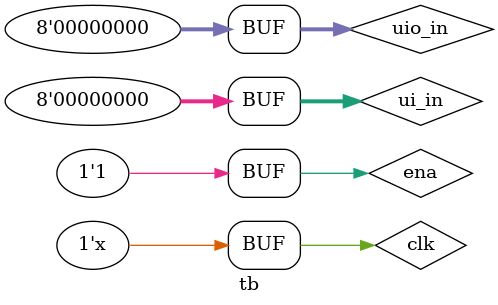
<source format=v>
`timescale 1ns/1ps
`default_nettype none

module tb;

  reg  clk;
  reg  rst_n;

  reg  [7:0] ui_in;
  wire [7:0] uo_out;

  reg  [7:0] uio_in;
  wire [7:0] uio_out;
  wire [7:0] uio_oe;

  reg  ena;

  // Instantiate DUT (CHANGE THIS NAME)
  tt_um_CCValidator dut (
    .ui_in  (ui_in),
    .uo_out (uo_out),
    .uio_in (uio_in),
    .uio_out(uio_out),
    .uio_oe (uio_oe),
    .ena    (ena),
    .clk    (clk),
    .rst_n  (rst_n)
  );

  // Clock generation (10ns period = 100 MHz)
  initial clk = 0;
  always #5 clk = ~clk;

  // Default inputs
  initial begin
    ena   = 1'b1;
    ui_in = 8'h00;
    uio_in = 8'h00;
  end

  // VCD dump
  initial begin
    $dumpfile("tb.vcd");
    $dumpvars(0, tb);
  end

endmodule

`default_nettype wire

</source>
